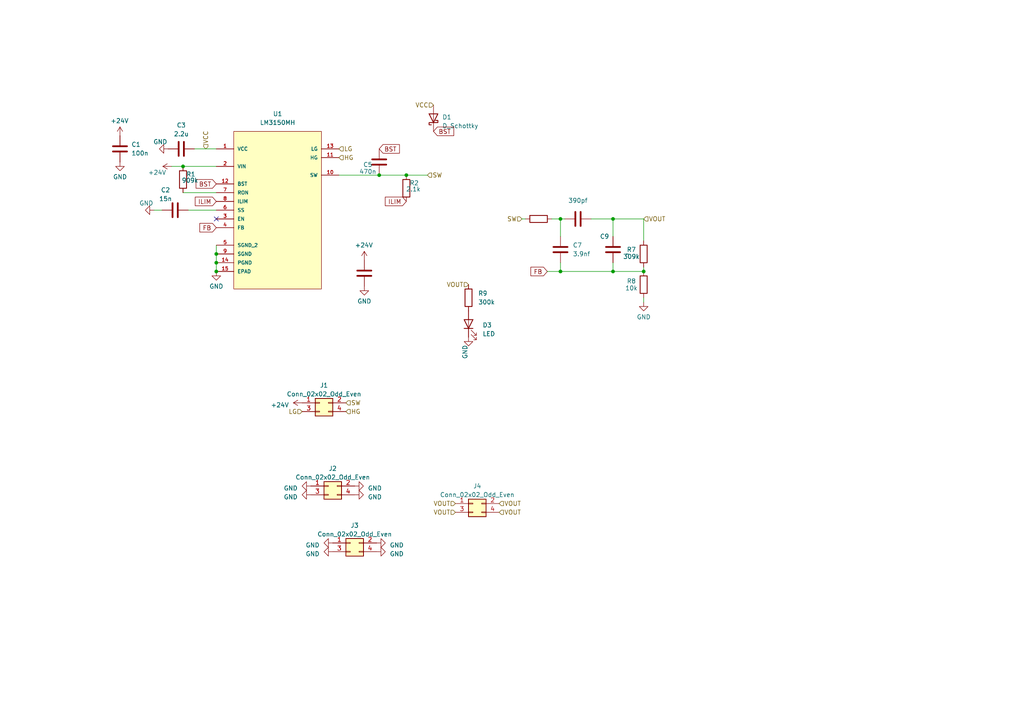
<source format=kicad_sch>
(kicad_sch (version 20221206) (generator eeschema)
  (paper "A4")
  (lib_symbols
    (symbol "0_RM2023:LM3150MH" (pin_names (offset 1.016))
      (property "Reference" "U" (at -4.4958 22.479 0))
      (property "Value" "LM3150MH" (at -6.1214 -28.7528 0))
      (symbol "LM3150MH_0_0"
        (rectangle (start -12.7 -25.4) (end 12.7 20.32) (stroke (width 0.1524)) (fill (type background)))
        (pin power_in line (at -17.78 15.24 0) (length 5.08) (name "VCC") (number "1"))
        (pin output line (at 17.78 7.62 180) (length 5.08) (name "SW") (number "10"))
        (pin output line (at 17.78 12.7 180) (length 5.08) (name "HG") (number "11"))
        (pin input line (at -17.78 5.08 0) (length 5.08) (name "BST") (number "12"))
        (pin output line (at 17.78 15.24 180) (length 5.08) (name "LG") (number "13"))
        (pin passive line (at -17.78 -17.78 0) (length 5.08) (name "PGND") (number "14"))
        (pin passive line (at -17.78 -20.32 0) (length 5.08) (name "EPAD") (number "15"))
        (pin input line (at -17.78 10.16 0) (length 5.08) (name "VIN") (number "2"))
        (pin input line (at -17.78 -5.08 0) (length 5.08) (name "EN") (number "3"))
        (pin input line (at -17.78 -7.62 0) (length 5.08) (name "FB") (number "4"))
        (pin passive line (at -17.78 -12.7 0) (length 5.08) (name "SGND_2") (number "5"))
        (pin input line (at -17.78 -2.54 0) (length 5.08) (name "SS") (number "6"))
        (pin input line (at -17.78 2.54 0) (length 5.08) (name "RON") (number "7"))
        (pin input line (at -17.78 0 0) (length 5.08) (name "ILIM") (number "8"))
        (pin passive line (at -17.78 -15.24 0) (length 5.08) (name "SGND") (number "9"))
      )
    )
    (symbol "Connector_Generic:Conn_02x02_Odd_Even" (pin_names (offset 1.016) hide)
      (property "Reference" "J" (at 1.27 2.54 0))
      (property "Value" "Conn_02x02_Odd_Even" (at 1.27 -5.08 0))
      (symbol "Conn_02x02_Odd_Even_1_1"
        (rectangle (start -1.27 -2.413) (end 0 -2.667) (stroke (width 0.1524)))
        (rectangle (start -1.27 0.127) (end 0 -0.127) (stroke (width 0.1524)))
        (rectangle (start -1.27 1.27) (end 3.81 -3.81) (stroke (width 0.254)) (fill (type background)))
        (rectangle (start 3.81 -2.413) (end 2.54 -2.667) (stroke (width 0.1524)))
        (rectangle (start 3.81 0.127) (end 2.54 -0.127) (stroke (width 0.1524)))
        (pin passive line (at -5.08 0 0) (length 3.81) (name "Pin_1") (number "1"))
        (pin passive line (at 7.62 0 180) (length 3.81) (name "Pin_2") (number "2"))
        (pin passive line (at -5.08 -2.54 0) (length 3.81) (name "Pin_3") (number "3"))
        (pin passive line (at 7.62 -2.54 180) (length 3.81) (name "Pin_4") (number "4"))
      )
    )
    (symbol "Device:C" (pin_numbers hide) (pin_names (offset 0.254))
      (property "Reference" "C" (at 0.635 2.54 0))
      (property "Value" "C" (at 0.635 -2.54 0))
      (symbol "C_0_1"
        (polyline (pts (xy -2.032 -0.762) (xy 2.032 -0.762)) (stroke (width 0.508)))
        (polyline (pts (xy -2.032 0.762) (xy 2.032 0.762)) (stroke (width 0.508)))
      )
      (symbol "C_1_1"
        (pin passive line (at 0 3.81 270) (length 2.794) (name "~") (number "1"))
        (pin passive line (at 0 -3.81 90) (length 2.794) (name "~") (number "2"))
      )
    )
    (symbol "Device:D_Schottky" (pin_numbers hide) (pin_names (offset 1.016) hide)
      (property "Reference" "D" (at 0 2.54 0))
      (property "Value" "D_Schottky" (at 0 -2.54 0))
      (symbol "D_Schottky_0_1"
        (polyline (pts (xy 1.27 0) (xy -1.27 0)))
        (polyline (pts (xy 1.27 1.27) (xy 1.27 -1.27) (xy -1.27 0) (xy 1.27 1.27)) (stroke (width 0.254)))
        (polyline (pts (xy -1.905 0.635) (xy -1.905 1.27) (xy -1.27 1.27) (xy -1.27 -1.27) (xy -0.635 -1.27) (xy -0.635 -0.635)) (stroke (width 0.254)))
      )
      (symbol "D_Schottky_1_1"
        (pin passive line (at -3.81 0 0) (length 2.54) (name "K") (number "1"))
        (pin passive line (at 3.81 0 180) (length 2.54) (name "A") (number "2"))
      )
    )
    (symbol "Device:LED" (pin_numbers hide) (pin_names (offset 1.016) hide)
      (property "Reference" "D" (at 0 2.54 0))
      (property "Value" "LED" (at 0 -2.54 0))
      (symbol "LED_0_1"
        (polyline (pts (xy -1.27 -1.27) (xy -1.27 1.27)) (stroke (width 0.254)))
        (polyline (pts (xy -1.27 0) (xy 1.27 0)))
        (polyline (pts (xy 1.27 -1.27) (xy 1.27 1.27) (xy -1.27 0) (xy 1.27 -1.27)) (stroke (width 0.254)))
        (polyline (pts (xy -3.048 -0.762) (xy -4.572 -2.286) (xy -3.81 -2.286) (xy -4.572 -2.286) (xy -4.572 -1.524)))
        (polyline (pts (xy -1.778 -0.762) (xy -3.302 -2.286) (xy -2.54 -2.286) (xy -3.302 -2.286) (xy -3.302 -1.524)))
      )
      (symbol "LED_1_1"
        (pin passive line (at -3.81 0 0) (length 2.54) (name "K") (number "1"))
        (pin passive line (at 3.81 0 180) (length 2.54) (name "A") (number "2"))
      )
    )
    (symbol "Device:R" (pin_numbers hide) (pin_names (offset 0))
      (property "Reference" "R" (at 2.032 0 90))
      (property "Value" "R" (at 0 0 90))
      (symbol "R_0_1"
        (rectangle (start -1.016 -2.54) (end 1.016 2.54) (stroke (width 0.254)))
      )
      (symbol "R_1_1"
        (pin passive line (at 0 3.81 270) (length 1.27) (name "~") (number "1"))
        (pin passive line (at 0 -3.81 90) (length 1.27) (name "~") (number "2"))
      )
    )
    (symbol "power:+24V" (power) (pin_names (offset 0))
      (property "Value" "+24V" (at 0 3.556 0))
      (symbol "+24V_0_1"
        (polyline (pts (xy -0.762 1.27) (xy 0 2.54)))
        (polyline (pts (xy 0 0) (xy 0 2.54)))
        (polyline (pts (xy 0 2.54) (xy 0.762 1.27)))
      )
      (symbol "+24V_1_1"
        (pin power_in line (at 0 0 90) (length 0) hide (name "+24V") (number "1"))
      )
    )
    (symbol "power:GND" (power) (pin_names (offset 0))
      (property "Value" "GND" (at 0 -3.81 0))
      (symbol "GND_0_1"
        (polyline (pts (xy 0 0) (xy 0 -1.27) (xy 1.27 -1.27) (xy 0 -2.54) (xy -1.27 -1.27) (xy 0 -1.27)))
      )
      (symbol "GND_1_1"
        (pin power_in line (at 0 0 270) (length 0) hide (name "GND") (number "1"))
      )
    )
  )
  (junction (at 109.982 50.8))
  (junction (at 62.738 78.74))
  (junction (at 177.8 78.74))
  (junction (at 117.856 50.8))
  (junction (at 162.56 78.74))
  (junction (at 53.086 48.26))
  (junction (at 162.56 63.5))
  (junction (at 186.69 78.74))
  (junction (at 177.8 63.5))
  (junction (at 62.738 76.2))
  (junction (at 62.738 73.66))
  (no_connect (at 62.738 63.5))
  (wire (pts (xy 160.02 63.5) (xy 162.56 63.5)))
  (wire (pts (xy 56.388 43.18) (xy 62.738 43.18)))
  (wire (pts (xy 62.738 76.2) (xy 62.738 78.74)))
  (wire (pts (xy 53.086 55.88) (xy 62.738 55.88)))
  (wire (pts (xy 44.704 60.96) (xy 46.99 60.96)))
  (wire (pts (xy 151.384 63.5) (xy 152.4 63.5)))
  (wire (pts (xy 186.69 86.36) (xy 186.69 87.63)))
  (wire (pts (xy 177.8 76.2) (xy 177.8 78.74)))
  (wire (pts (xy 162.56 78.74) (xy 177.8 78.74)))
  (wire (pts (xy 186.69 63.5) (xy 186.69 69.85)))
  (wire (pts (xy 177.8 68.58) (xy 177.8 63.5)))
  (wire (pts (xy 158.75 78.74) (xy 162.56 78.74)))
  (wire (pts (xy 162.56 63.5) (xy 162.56 68.58)))
  (wire (pts (xy 54.61 60.96) (xy 62.738 60.96)))
  (wire (pts (xy 171.45 63.5) (xy 177.8 63.5)))
  (wire (pts (xy 162.56 76.2) (xy 162.56 78.74)))
  (wire (pts (xy 186.69 77.47) (xy 186.69 78.74)))
  (wire (pts (xy 163.83 63.5) (xy 162.56 63.5)))
  (wire (pts (xy 177.8 63.5) (xy 186.69 63.5)))
  (wire (pts (xy 98.298 50.8) (xy 109.982 50.8)))
  (wire (pts (xy 62.738 71.12) (xy 62.738 73.66)))
  (wire (pts (xy 62.738 73.66) (xy 62.738 76.2)))
  (wire (pts (xy 49.784 48.26) (xy 53.086 48.26)))
  (wire (pts (xy 53.086 48.26) (xy 62.738 48.26)))
  (wire (pts (xy 177.8 78.74) (xy 186.69 78.74)))
  (wire (pts (xy 117.856 50.8) (xy 123.952 50.8)))
  (wire (pts (xy 109.982 50.8) (xy 117.856 50.8)))
  (global_label "ILIM" (shape input) (at 62.738 58.42 180) (property "Intersheetrefs" "${INTERSHEET_REFS}" (effects hide)))
  (global_label "FB" (shape input) (at 158.75 78.74 180) (property "Intersheetrefs" "${INTERSHEET_REFS}" (effects hide)))
  (global_label "BST" (shape input) (at 109.982 43.18 0) (property "Intersheetrefs" "${INTERSHEET_REFS}" (effects hide)))
  (global_label "ILIM" (shape input) (at 117.856 58.42 180) (property "Intersheetrefs" "${INTERSHEET_REFS}" (effects hide)))
  (global_label "FB" (shape input) (at 62.738 66.04 180) (property "Intersheetrefs" "${INTERSHEET_REFS}" (effects hide)))
  (global_label "BST" (shape input) (at 62.738 53.34 180) (property "Intersheetrefs" "${INTERSHEET_REFS}" (effects hide)))
  (global_label "BST" (shape input) (at 125.73 38.1 0) (property "Intersheetrefs" "${INTERSHEET_REFS}" (effects hide)))
  (hierarchical_label "VOUT" (shape input) (at 132.08 146.05 180))
  (hierarchical_label "SW" (shape input) (at 100.33 116.84 0))
  (hierarchical_label "VOUT" (shape input) (at 144.78 148.59 0))
  (hierarchical_label "LG" (shape input) (at 87.63 119.38 180))
  (hierarchical_label "VCC" (shape input) (at 125.73 30.48 180))
  (hierarchical_label "HG" (shape input) (at 98.298 45.72 0))
  (hierarchical_label "VOUT" (shape input) (at 144.78 146.05 0))
  (hierarchical_label "VOUT" (shape input) (at 135.89 82.55 180))
  (hierarchical_label "VOUT" (shape input) (at 132.08 148.59 180))
  (hierarchical_label "SW" (shape input) (at 123.952 50.8 0))
  (hierarchical_label "SW" (shape input) (at 151.384 63.5 180))
  (hierarchical_label "VOUT" (shape input) (at 186.69 63.5 0))
  (hierarchical_label "HG" (shape input) (at 100.33 119.38 0))
  (hierarchical_label "LG" (shape input) (at 98.298 43.18 0))
  (hierarchical_label "VCC" (shape input) (at 59.69 43.18 90))
  (symbol (lib_id "power:GND") (at 90.17 140.97 270) (unit 1)
    (property "Reference" "#PWR0112" (effects hide))
    (property "Value" "GND" (at 86.36 141.605 90) (effects (justify right)))
  )
  (symbol (lib_id "power:GND") (at 135.89 97.79 0) (unit 1)
    (property "Reference" "#PWR0114" (effects hide))
    (property "Value" "GND" (at 134.874 104.14 90) (effects (justify left)))
  )
  (symbol (lib_id "Device:C") (at 105.664 79.248 0) (unit 1)
    (property "Reference" "C4" (effects hide))
    (property "Value" "22u" (effects hide))
    (property "Footprint" "Capacitor_SMD:C_0603_1608Metric" (effects hide))
  )
  (symbol (lib_id "power:GND") (at 44.704 60.96 270) (unit 1)
    (property "Reference" "#PWR0106" (effects hide))
    (property "Value" "GND" (at 40.386 58.928 90) (effects (justify left)))
  )
  (symbol (lib_id "Device:C") (at 109.982 46.99 180) (unit 1)
    (property "Reference" "C5" (at 106.68 47.752 0))
    (property "Value" "470n" (at 106.68 49.784 0))
    (property "Footprint" "Capacitor_SMD:C_0603_1608Metric" (effects hide))
  )
  (symbol (lib_id "Device:LED") (at 135.89 93.98 90) (unit 1)
    (property "Reference" "D3" (at 139.954 94.2974 90) (effects (justify right)))
    (property "Value" "LED" (at 139.954 96.8374 90) (effects (justify right)))
    (property "Footprint" "LED_SMD:LED_0603_1608Metric" (effects hide))
  )
  (symbol (lib_id "Connector_Generic:Conn_02x02_Odd_Even") (at 95.25 140.97 0) (unit 1)
    (property "Reference" "J2" (at 96.52 135.89 0))
    (property "Value" "Conn_02x02_Odd_Even" (at 96.52 138.43 0))
    (property "Footprint" "0_RM2023:conn_2x02_2.54" (effects hide))
  )
  (symbol (lib_id "Device:R") (at 186.69 73.66 180) (unit 1)
    (property "Reference" "R7" (at 183.134 72.39 0))
    (property "Value" "309k" (at 183.134 74.422 0))
    (property "Footprint" "Resistor_SMD:R_0603_1608Metric" (effects hide))
  )
  (symbol (lib_id "power:GND") (at 109.22 160.02 90) (unit 1)
    (property "Reference" "#PWR0122" (effects hide))
    (property "Value" "GND" (at 113.03 160.655 90) (effects (justify right)))
  )
  (symbol (lib_id "power:GND") (at 90.17 143.51 270) (unit 1)
    (property "Reference" "#PWR0113" (effects hide))
    (property "Value" "GND" (at 86.36 144.145 90) (effects (justify right)))
  )
  (symbol (lib_id "0_RM2023:LM3150MH") (at 80.518 58.42 0) (unit 1)
    (property "Reference" "U1" (at 80.518 33.02 0))
    (property "Value" "LM3150MH" (at 80.518 35.56 0))
    (property "Footprint" "Package_SO:HTSSOP-14-1EP_4.4x5mm_P0.65mm_EP3.4x5mm_Mask3x3.1mm" (effects hide))
    (property "PACKAGE" "TSSOP-14" (effects hide))
    (property "OC_NEWARK" "34P4821" (effects hide))
    (property "MPN" "LM3150MH" (effects hide))
    (property "OC_FARNELL" "-" (effects hide))
    (property "SUPPLIER" "National Semiconductor" (effects hide))
  )
  (symbol (lib_id "Device:R") (at 53.086 52.07 180) (unit 1)
    (property "Reference" "R1" (at 55.372 50.546 0))
    (property "Value" "909k" (at 55.118 52.324 0))
    (property "Footprint" "Resistor_SMD:R_0603_1608Metric" (effects hide))
  )
  (symbol (lib_id "Device:C") (at 50.8 60.96 90) (unit 1)
    (property "Reference" "C2" (at 48.006 55.118 90))
    (property "Value" "15n" (at 48.006 57.658 90))
    (property "Footprint" "Capacitor_SMD:C_0603_1608Metric" (effects hide))
  )
  (symbol (lib_id "Device:C") (at 34.798 43.18 0) (unit 1)
    (property "Reference" "C1" (at 38.1 41.9099 0) (effects (justify left)))
    (property "Value" "100n" (at 38.1 44.4499 0) (effects (justify left)))
    (property "Footprint" "Capacitor_SMD:C_0603_1608Metric" (effects hide))
  )
  (symbol (lib_id "power:GND") (at 34.798 46.99 0) (unit 1)
    (property "Reference" "#PWR0116" (effects hide))
    (property "Value" "GND" (at 32.766 51.308 0) (effects (justify left)))
  )
  (symbol (lib_id "Device:R") (at 186.69 82.55 180) (unit 1)
    (property "Reference" "R8" (at 183.134 81.534 0))
    (property "Value" "10k" (at 183.134 83.566 0))
    (property "Footprint" "Resistor_SMD:R_0603_1608Metric" (effects hide))
  )
  (symbol (lib_id "Device:C") (at 167.64 63.5 90) (unit 1)
    (property "Reference" "C8" (effects hide))
    (property "Value" "390pf" (at 167.64 58.166 90))
    (property "Footprint" "Capacitor_SMD:C_0603_1608Metric" (effects hide))
  )
  (symbol (lib_id "Connector_Generic:Conn_02x02_Odd_Even") (at 101.6 157.48 0) (unit 1)
    (property "Reference" "J3" (at 102.87 152.4 0))
    (property "Value" "Conn_02x02_Odd_Even" (at 102.87 154.94 0))
    (property "Footprint" "0_RM2023:conn_2x02_2.54" (effects hide))
  )
  (symbol (lib_id "power:GND") (at 96.52 157.48 270) (unit 1)
    (property "Reference" "#PWR0117" (effects hide))
    (property "Value" "GND" (at 92.71 158.115 90) (effects (justify right)))
  )
  (symbol (lib_id "Device:C") (at 162.56 72.39 180) (unit 1)
    (property "Reference" "C7" (at 166.116 71.1199 0) (effects (justify right)))
    (property "Value" "3.9nf" (at 166.116 73.6599 0) (effects (justify right)))
    (property "Footprint" "Capacitor_SMD:C_0603_1608Metric" (effects hide))
  )
  (symbol (lib_id "power:+24V") (at 87.63 116.84 90) (unit 1)
    (property "Reference" "#PWR0111" (effects hide))
    (property "Value" "+24V" (at 83.82 117.475 90) (effects (justify left)))
  )
  (symbol (lib_id "Device:R") (at 135.89 86.36 0) (unit 1)
    (property "Reference" "R9" (at 138.684 85.0899 0) (effects (justify left)))
    (property "Value" "300k" (at 138.684 87.6299 0) (effects (justify left)))
    (property "Footprint" "Resistor_SMD:R_0603_1608Metric" (effects hide))
  )
  (symbol (lib_id "power:GND") (at 105.664 83.058 0) (unit 1)
    (property "Reference" "#PWR0103" (effects hide))
    (property "Value" "GND" (at 103.632 87.376 0) (effects (justify left)))
  )
  (symbol (lib_id "Device:R") (at 156.21 63.5 90) (unit 1)
    (property "Reference" "R5" (effects hide))
    (property "Value" "8.06M" (effects hide))
    (property "Footprint" "Resistor_SMD:R_0603_1608Metric" (effects hide))
  )
  (symbol (lib_id "Device:C") (at 177.8 72.39 180) (unit 1)
    (property "Reference" "C9" (at 173.99 68.58 0) (effects (justify right)))
    (property "Value" "~" (at 181.356 73.6599 0) (effects (justify right)))
    (property "Footprint" "Capacitor_SMD:C_0603_1608Metric" (effects hide))
  )
  (symbol (lib_id "Device:R") (at 117.856 54.61 180) (unit 1)
    (property "Reference" "R2" (at 120.142 53.086 0))
    (property "Value" "2.1k" (at 119.888 54.864 0))
    (property "Footprint" "Resistor_SMD:R_0603_1608Metric" (effects hide))
  )
  (symbol (lib_id "Device:C") (at 52.578 43.18 90) (unit 1)
    (property "Reference" "C3" (at 52.578 36.322 90))
    (property "Value" "2.2u" (at 52.578 38.862 90))
    (property "Footprint" "Capacitor_SMD:C_0603_1608Metric" (effects hide))
  )
  (symbol (lib_id "power:+24V") (at 34.798 39.37 0) (unit 1)
    (property "Reference" "#PWR0115" (effects hide))
    (property "Value" "+24V" (at 37.338 35.052 0) (effects (justify right)))
  )
  (symbol (lib_id "power:GND") (at 102.87 143.51 90) (unit 1)
    (property "Reference" "#PWR0120" (effects hide))
    (property "Value" "GND" (at 106.68 144.145 90) (effects (justify right)))
  )
  (symbol (lib_id "Device:D_Schottky") (at 125.73 34.29 90) (unit 1)
    (property "Reference" "D1" (at 128.27 33.9725 90) (effects (justify right)))
    (property "Value" "D_Schottky" (at 128.27 36.5125 90) (effects (justify right)))
    (property "Footprint" "Diode_SMD:D_SMF" (effects hide))
  )
  (symbol (lib_id "power:+24V") (at 105.664 75.438 0) (unit 1)
    (property "Reference" "#PWR0102" (effects hide))
    (property "Value" "+24V" (at 108.204 71.12 0) (effects (justify right)))
  )
  (symbol (lib_id "power:GND") (at 48.768 43.18 270) (unit 1)
    (property "Reference" "#PWR0107" (effects hide))
    (property "Value" "GND" (at 44.45 41.148 90) (effects (justify left)))
  )
  (symbol (lib_id "power:GND") (at 186.69 87.63 0) (unit 1)
    (property "Reference" "#PWR0104" (effects hide))
    (property "Value" "GND" (at 184.658 91.948 0) (effects (justify left)))
  )
  (symbol (lib_id "power:GND") (at 102.87 140.97 90) (unit 1)
    (property "Reference" "#PWR0119" (effects hide))
    (property "Value" "GND" (at 106.68 141.605 90) (effects (justify right)))
  )
  (symbol (lib_id "Connector_Generic:Conn_02x02_Odd_Even") (at 137.16 146.05 0) (unit 1)
    (property "Reference" "J4" (at 138.43 140.97 0))
    (property "Value" "Conn_02x02_Odd_Even" (at 138.43 143.51 0))
    (property "Footprint" "0_RM2023:conn_2x02_2.54" (effects hide))
  )
  (symbol (lib_id "power:+24V") (at 49.784 48.26 90) (unit 1)
    (property "Reference" "#PWR0108" (effects hide))
    (property "Value" "+24V" (at 42.926 50.038 90) (effects (justify right)))
  )
  (symbol (lib_id "power:GND") (at 109.22 157.48 90) (unit 1)
    (property "Reference" "#PWR0121" (effects hide))
    (property "Value" "GND" (at 113.03 158.115 90) (effects (justify right)))
  )
  (symbol (lib_id "Connector_Generic:Conn_02x02_Odd_Even") (at 92.71 116.84 0) (unit 1)
    (property "Reference" "J1" (at 93.98 111.76 0))
    (property "Value" "Conn_02x02_Odd_Even" (at 93.98 114.3 0))
    (property "Footprint" "0_RM2023:conn_2x02_2.54" (effects hide))
  )
  (symbol (lib_id "power:GND") (at 96.52 160.02 270) (unit 1)
    (property "Reference" "#PWR0118" (effects hide))
    (property "Value" "GND" (at 92.71 160.655 90) (effects (justify right)))
  )
  (symbol (lib_id "power:GND") (at 62.738 78.74 0) (unit 1)
    (property "Reference" "#PWR0105" (effects hide))
    (property "Value" "GND" (at 60.706 83.058 0) (effects (justify left)))
  )
)
</source>
